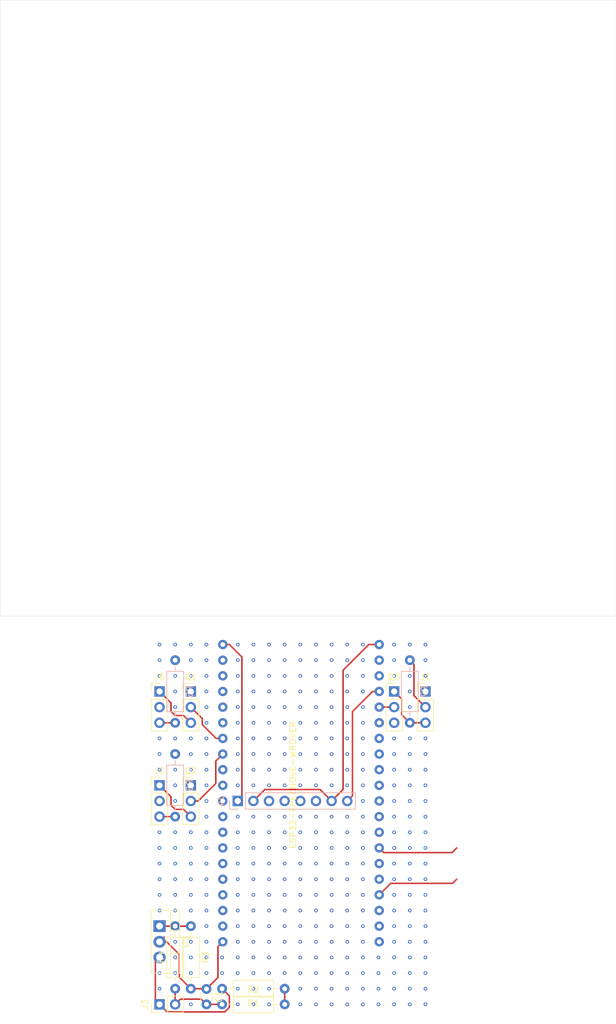
<source format=kicad_pcb>
(kicad_pcb (version 20240108) (generator "pcbnew") (generator_version "8.0")
  (title_block (rev "1.0") (comment 1 "Matthew Santos") (comment 2 "Matthew Santos"))
  (layers (0 "F.Cu" signal) (1 "In1.Cu" signal) (2 "In2.Cu" signal) (31 "B.Cu" signal) (34 "B.Paste" user) (35 "F.Paste" user) (36 "B.SilkS" user "B.Silkscreen") (37 "F.SilkS" user "F.Silkscreen") (38 "B.Mask" user) (39 "F.Mask" user) (44 "Edge.Cuts" user))
  (net 0 "")
  (net 1 "/5V")
  (net 2 "unconnected-(U1-35-Pad6)")
  (net 3 "unconnected-(U1-18-Pad32)")
  (net 4 "unconnected-(U1-14-Pad12)")
  (net 5 "unconnected-(U1-22-Pad38)")
  (net 6 "unconnected-(U1-15-Pad25)")
  (net 7 "unconnected-(U1-GND-Pad14)")
  (net 8 "unconnected-(U1-GND-Pad23)")
  (net 9 "/3P3V")
  (net 10 "Net-(J1-Pin_2)")
  (net 11 "unconnected-(U1-21-Pad35)")
  (net 12 "unconnected-(U1-EN-Pad2)")
  (net 13 "unconnected-(U1-19-Pad33)")
  (net 14 "unconnected-(U1-4-Pad28)")
  (net 15 "unconnected-(U1-12-Pad13)")
  (net 16 "unconnected-(U1-VN-Pad4)")
  (net 17 "/IMU_SDA")
  (net 18 "unconnected-(U1-25-Pad9)")
  (net 19 "/IMU_INT")
  (net 20 "unconnected-(U1-3.3V-Pad18)")
  (net 21 "unconnected-(U1-5V-Pad19)")
  (net 22 "unconnected-(U1-VP-Pad3)")
  (net 23 "/L_PWM")
  (net 24 "unconnected-(U1-34-Pad5)")
  (net 25 "/GND")
  (net 26 "/IMU_SCL")
  (net 27 "unconnected-(U1-3.3V-Pad16)")
  (net 28 "unconnected-(U1-GND-Pad22)")
  (net 29 "unconnected-(U1-13-Pad15)")
  (net 30 "unconnected-(U1-5-Pad31)")
  (net 31 "/R_PWM")
  (net 32 "unconnected-(U1-23-Pad39)")
  (net 33 "unconnected-(U1-2-Pad26)")
  (net 34 "Net-(J1-Pin_3)")
  (net 35 "unconnected-(U1-3.3V-Pad17)")
  (net 36 "unconnected-(U1-GND-Pad34)")
  (net 37 "unconnected-(U1-GND-Pad30)")
  (net 38 "/P_PWM")
  (net 39 "unconnected-(U1-GND-Pad29)")
  (net 40 "Net-(U3-ADJ)")
  (net 41 "/VBAT")
  (net 42 "Net-(J1-Pin_1)")
  (net 43 "Net-(J2-Pin_1)")
  (net 44 "Net-(J2-Pin_3)")
  (net 45 "Net-(J2-Pin_2)")
  (net 46 "Net-(J5-Pin_3)")
  (net 47 "Net-(J5-Pin_2)")
  (net 48 "unconnected-(J4-Pin_5-Pad5)")
  (net 49 "unconnected-(J4-Pin_6-Pad6)")
  (net 50 "Net-(J5-Pin_1)")
  (net 51 "/BAT_SENSE")
  (net 52 "/EXTRA")
  (footprint "Connector_PinHeader_2.54mm:PinHeader_1x03_P2.54mm_Vertical" (layer "F.Cu") (at 99.06 142.24)
    (property "Reference" "J1")
    (property "Value" "Left Motor")
  )
  (footprint "Connector_PinHeader_2.54mm:PinHeader_1x03_P2.54mm_Vertical" (layer "F.Cu") (at 93.98 142.24)
    (property "Reference" "Q3")
    (property "Value" "NMOS")
  )
  (footprint "Resistor_THT:R_Axial_DIN0207_L6.3mm_D2.5mm_P10.16mm_Horizontal" (layer "F.Cu") (at 76.2 190.5 180)
    (property "Reference" "R1")
    (property "Value" "420k")
  )
  (footprint "PCM_Espressif:ESP32-FREENOVE-WROVER" (layer "F.Cu") (at 64.8525 133.33)
    (property "Reference" "U1" (hide yes))
    (property "Value" "ESP32-FREENOVE-WROVER")
  )
  (footprint "Connector_PinHeader_2.54mm:PinHeader_1x02_P2.54mm_Vertical" (layer "F.Cu") (at 55.88 193.04 90)
    (property "Reference" "J3")
    (property "Value" "Battery")
  )
  (footprint "Resistor_THT:R_Axial_DIN0207_L6.3mm_D2.5mm_P10.16mm_Horizontal" (layer "F.Cu") (at 66.04 193.04)
    (property "Reference" "R2")
    (property "Value" "100k")
  )
  (footprint "Resistor_THT:R_Axial_DIN0207_L6.3mm_D2.5mm_P10.16mm_Horizontal" (layer "F.Cu") (at 60.96 180.34 -90)
    (property "Reference" "R3")
    (property "Value" "1k")
  )
  (footprint "Connector_PinHeader_2.54mm:PinHeader_1x03_P2.54mm_Vertical" (layer "F.Cu") (at 60.96 157.48)
    (property "Reference" "Q2")
    (property "Value" "NMOS")
  )
  (footprint "Package_TO_SOT_THT:TO-220-3_Vertical" (layer "F.Cu") (at 55.88 180.34 -90)
    (property "Reference" "U3")
    (property "Value" "LM317_TO-220")
  )
  (footprint "Resistor_THT:R_Axial_DIN0207_L6.3mm_D2.5mm_P10.16mm_Horizontal" (layer "F.Cu") (at 58.42 190.5 90)
    (property "Reference" "R4")
    (property "Value" "15k")
  )
  (footprint "Connector_PinHeader_2.54mm:PinHeader_1x03_P2.54mm_Vertical" (layer "F.Cu") (at 55.88 157.48)
    (property "Reference" "J2")
    (property "Value" "Right Motor")
  )
  (footprint "Connector_PinHeader_2.54mm:PinHeader_1x03_P2.54mm_Vertical" (layer "F.Cu") (at 60.96 142.24)
    (property "Reference" "Q1")
    (property "Value" "NMOS")
  )
  (footprint "Connector_PinHeader_2.54mm:PinHeader_1x03_P2.54mm_Vertical" (layer "F.Cu") (at 55.88 142.24)
    (property "Reference" "J5")
    (property "Value" "Pitch Motor")
  )
  (footprint "Capacitor_THT:C_Disc_D3.0mm_W1.6mm_P2.50mm" (layer "F.Cu") (at 63.5 190.54 -90)
    (property "Reference" "C1")
    (property "Value" "100u")
  )
  (footprint "Resistor_THT:R_Axial_DIN0207_L6.3mm_D2.5mm_P10.16mm_Horizontal" (layer "B.Cu") (at 58.42 162.56 90)
    (property "Reference" "R6")
    (property "Value" "10k")
  )
  (footprint "Resistor_THT:R_Axial_DIN0207_L6.3mm_D2.5mm_P10.16mm_Horizontal" (layer "B.Cu") (at 96.52 147.32 90)
    (property "Reference" "R7")
    (property "Value" "10k")
  )
  (footprint "Resistor_THT:R_Axial_DIN0207_L6.3mm_D2.5mm_P10.16mm_Horizontal" (layer "B.Cu") (at 58.42 147.32 90)
    (property "Reference" "R5")
    (property "Value" "10k")
  )
  (footprint "Connector_PinSocket_2.54mm:PinSocket_1x08_P2.54mm_Vertical" (layer "B.Cu") (at 68.58 160.02 -90)
    (property "Reference" "J4")
    (property "Value" "MPU-6050")
  )
  (gr_rect (start 30 30) (end 130 130) (stroke (width 0.05)) (fill none) (layer "Edge.Cuts"))
  (via (at 83.82 177.8) (size 0.6) (drill 0.3) (layers "F.Cu" "B.Cu") (net 0))
  (via (at 71.12 193.04) (size 0.6) (drill 0.3) (layers "F.Cu" "B.Cu") (net 0))
  (via (at 99.06 172.72) (size 0.6) (drill 0.3) (layers "F.Cu" "B.Cu") (net 0))
  (via (at 68.58 162.56) (size 0.6) (drill 0.3) (layers "F.Cu" "B.Cu") (net 0))
  (via (at 99.06 167.64) (size 0.6) (drill 0.3) (layers "F.Cu" "B.Cu") (net 0))
  (via (at 63.5 142.24) (size 0.6) (drill 0.3) (layers "F.Cu" "B.Cu") (net 0))
  (via (at 86.36 170.18) (size 0.6) (drill 0.3) (layers "F.Cu" "B.Cu") (net 0))
  (via (at 71.12 137.16) (size 0.6) (drill 0.3) (layers "F.Cu" "B.Cu") (net 0))
  (via (at 63.5 152.4) (size 0.6) (drill 0.3) (layers "F.Cu" "B.Cu") (net 0))
  (via (at 86.36 165.1) (size 0.6) (drill 0.3) (layers "F.Cu" "B.Cu") (net 0))
  (via (at 63.5 149.86) (size 0.6) (drill 0.3) (layers "F.Cu" "B.Cu") (net 0))
  (via (at 83.82 147.32) (size 0.6) (drill 0.3) (layers "F.Cu" "B.Cu") (net 0))
  (via (at 91.44 187.96) (size 0.6) (drill 0.3) (layers "F.Cu" "B.Cu") (net 0))
  (via (at 60.96 167.64) (size 0.6) (drill 0.3) (layers "F.Cu" "B.Cu") (net 0))
  (via (at 55.88 154.94) (size 0.6) (drill 0.3) (layers "F.Cu" "B.Cu") (net 0))
  (via (at 71.12 175.26) (size 0.6) (drill 0.3) (layers "F.Cu" "B.Cu") (net 0))
  (via (at 93.98 182.88) (size 0.6) (drill 0.3) (layers "F.Cu" "B.Cu") (net 0))
  (via (at 71.12 180.34) (size 0.6) (drill 0.3) (layers "F.Cu" "B.Cu") (net 0))
  (via (at 93.98 137.16) (size 0.6) (drill 0.3) (layers "F.Cu" "B.Cu") (net 0))
  (via (at 58.42 172.72) (size 0.6) (drill 0.3) (layers "F.Cu" "B.Cu") (net 0))
  (via (at 60.96 154.94) (size 0.6) (drill 0.3) (layers "F.Cu" "B.Cu") (net 0))
  (via (at 81.28 180.34) (size 0.6) (drill 0.3) (layers "F.Cu" "B.Cu") (net 0))
  (via (at 68.58 175.26) (size 0.6) (drill 0.3) (layers "F.Cu" "B.Cu") (net 0))
  (via (at 71.12 162.56) (size 0.6) (drill 0.3) (layers "F.Cu" "B.Cu") (net 0))
  (via (at 68.58 177.8) (size 0.6) (drill 0.3) (layers "F.Cu" "B.Cu") (net 0))
  (via (at 68.58 154.94) (size 0.6) (drill 0.3) (layers "F.Cu" "B.Cu") (net 0))
  (via (at 71.12 165.1) (size 0.6) (drill 0.3) (layers "F.Cu" "B.Cu") (net 0))
  (via (at 73.66 147.32) (size 0.6) (drill 0.3) (layers "F.Cu" "B.Cu") (net 0))
  (via (at 63.5 147.32) (size 0.6) (drill 0.3) (layers "F.Cu" "B.Cu") (net 0))
  (via (at 93.98 154.94) (size 0.6) (drill 0.3) (layers "F.Cu" "B.Cu") (net 0))
  (via (at 60.96 139.7) (size 0.6) (drill 0.3) (layers "F.Cu" "B.Cu") (net 0))
  (via (at 60.96 177.8) (size 0.6) (drill 0.3) (layers "F.Cu" "B.Cu") (net 0))
  (via (at 83.82 182.88) (size 0.6) (drill 0.3) (layers "F.Cu" "B.Cu") (net 0))
  (via (at 86.36 157.48) (size 0.6) (drill 0.3) (layers "F.Cu" "B.Cu") (net 0))
  (via (at 86.36 142.24) (size 0.6) (drill 0.3) (layers "F.Cu" "B.Cu") (net 0))
  (via (at 88.9 160.02) (size 0.6) (drill 0.3) (layers "F.Cu" "B.Cu") (net 0))
  (via (at 78.74 154.94) (size 0.6) (drill 0.3) (layers "F.Cu" "B.Cu") (net 0))
  (via (at 93.98 175.26) (size 0.6) (drill 0.3) (layers "F.Cu" "B.Cu") (net 0))
  (via (at 68.58 137.16) (size 0.6) (drill 0.3) (layers "F.Cu" "B.Cu") (net 0))
  (via (at 63.5 177.8) (size 0.6) (drill 0.3) (layers "F.Cu" "B.Cu") (net 0))
  (via (at 93.98 170.18) (size 0.6) (drill 0.3) (layers "F.Cu" "B.Cu") (net 0))
  (via (at 86.36 147.32) (size 0.6) (drill 0.3) (layers "F.Cu" "B.Cu") (net 0))
  (via (at 68.58 152.4) (size 0.6) (drill 0.3) (layers "F.Cu" "B.Cu") (net 0))
  (via (at 88.9 152.4) (size 0.6) (drill 0.3) (layers "F.Cu" "B.Cu") (net 0))
  (via (at 58.42 185.42) (size 0.6) (drill 0.3) (layers "F.Cu" "B.Cu") (net 0))
  (via (at 81.28 175.26) (size 0.6) (drill 0.3) (layers "F.Cu" "B.Cu") (net 0))
  (via (at 71.12 157.48) (size 0.6) (drill 0.3) (layers "F.Cu" "B.Cu") (net 0))
  (via (at 58.42 149.86) (size 0.6) (drill 0.3) (layers "F.Cu" "B.Cu") (net 0))
  (via (at 73.66 149.86) (size 0.6) (drill 0.3) (layers "F.Cu" "B.Cu") (net 0))
  (via (at 76.2 144.78) (size 0.6) (drill 0.3) (layers "F.Cu" "B.Cu") (net 0))
  (via (at 88.9 137.16) (size 0.6) (drill 0.3) (layers "F.Cu" "B.Cu") (net 0))
  (via (at 96.52 180.34) (size 0.6) (drill 0.3) (layers "F.Cu" "B.Cu") (net 0))
  (via (at 81.28 172.72) (size 0.6) (drill 0.3) (layers "F.Cu" "B.Cu") (net 0))
  (via (at 96.52 149.86) (size 0.6) (drill 0.3) (layers "F.Cu" "B.Cu") (net 0))
  (via (at 68.58 193.04) (size 0.6) (drill 0.3) (layers "F.Cu" "B.Cu") (net 0))
  (via (at 55.88 177.8) (size 0.6) (drill 0.3) (layers "F.Cu" "B.Cu") (net 0))
  (via (at 68.58 144.78) (size 0.6) (drill 0.3) (layers "F.Cu" "B.Cu") (net 0))
  (via (at 88.9 162.56) (size 0.6) (drill 0.3) (layers "F.Cu" "B.Cu") (net 0))
  (via (at 63.5 185.42) (size 0.6) (drill 0.3) (layers "F.Cu" "B.Cu") (net 0))
  (via (at 73.66 185.42) (size 0.6) (drill 0.3) (layers "F.Cu" "B.Cu") (net 0))
  (via (at 93.98 193.04) (size 0.6) (drill 0.3) (layers "F.Cu" "B.Cu") (net 0))
  (via (at 83.82 170.18) (size 0.6) (drill 0.3) (layers "F.Cu" "B.Cu") (net 0))
  (via (at 58.42 144.78) (size 0.6) (drill 0.3) (layers "F.Cu" "B.Cu") (net 0))
  (via (at 99.06 149.86) (size 0.6) (drill 0.3) (layers "F.Cu" "B.Cu") (net 0))
  (via (at 78.74 180.34) (size 0.6) (drill 0.3) (layers "F.Cu" "B.Cu") (net 0))
  (via (at 63.5 139.7) (size 0.6) (drill 0.3) (layers "F.Cu" "B.Cu") (net 0))
  (via (at 81.28 152.4) (size 0.6) (drill 0.3) (layers "F.Cu" "B.Cu") (net 0))
  (via (at 88.9 139.7) (size 0.6) (drill 0.3) (layers "F.Cu" "B.Cu") (net 0))
  (via (at 81.28 134.62) (size 0.6) (drill 0.3) (layers "F.Cu" "B.Cu") (net 0))
  (via (at 63.5 172.72) (size 0.6) (drill 0.3) (layers "F.Cu" "B.Cu") (net 0))
  (via (at 81.28 142.24) (size 0.6) (drill 0.3) (layers "F.Cu" "B.Cu") (net 0))
  (via (at 76.2 137.16) (size 0.6) (drill 0.3) (layers "F.Cu" "B.Cu") (net 0))
  (via (at 68.58 172.72) (size 0.6) (drill 0.3) (layers "F.Cu" "B.Cu") (net 0))
  (via (at 58.42 154.94) (size 0.6) (drill 0.3) (layers "F.Cu" "B.Cu") (net 0))
  (via (at 93.98 180.34) (size 0.6) (drill 0.3) (layers "F.Cu" "B.Cu") (net 0))
  (via (at 96.52 144.78) (size 0.6) (drill 0.3) (layers "F.Cu" "B.Cu") (net 0))
  (via (at 93.98 190.5) (size 0.6) (drill 0.3) (layers "F.Cu" "B.Cu") (net 0))
  (via (at 60.96 137.16) (size 0.6) (drill 0.3) (layers "F.Cu" "B.Cu") (net 0))
  (via (at 78.74 149.86) (size 0.6) (drill 0.3) (layers "F.Cu" "B.Cu") (net 0))
  (via (at 73.66 142.24) (size 0.6) (drill 0.3) (layers "F.Cu" "B.Cu") (net 0))
  (via (at 81.28 182.88) (size 0.6) (drill 0.3) (layers "F.Cu" "B.Cu") (net 0))
  (via (at 73.66 137.16) (size 0.6) (drill 0.3) (layers "F.Cu" "B.Cu") (net 0))
  (via (at 73.66 162.56) (size 0.6) (drill 0.3) (layers "F.Cu" "B.Cu") (net 0))
  (via (at 58.42 175.26) (size 0.6) (drill 0.3) (layers "F.Cu" "B.Cu") (net 0))
  (via (at 76.2 139.7) (size 0.6) (drill 0.3) (layers "F.Cu" "B.Cu") (net 0))
  (via (at 71.12 187.96) (size 0.6) (drill 0.3) (layers "F.Cu" "B.Cu") (net 0))
  (via (at 86.36 149.86) (size 0.6) (drill 0.3) (layers "F.Cu" "B.Cu") (net 0))
  (via (at 99.06 157.48) (size 0.6) (drill 0.3) (layers "F.Cu" "B.Cu") (net 0))
  (via (at 63.5 144.78) (size 0.6) (drill 0.3) (layers "F.Cu" "B.Cu") (net 0))
  (via (at 96.52 170.18) (size 0.6) (drill 0.3) (layers "F.Cu" "B.Cu") (net 0))
  (via (at 71.12 149.86) (size 0.6) (drill 0.3) (layers "F.Cu" "B.Cu") (net 0))
  (via (at 71.12 139.7) (size 0.6) (drill 0.3) (layers "F.Cu" "B.Cu") (net 0))
  (via (at 55.88 175.26) (size 0.6) (drill 0.3) (layers "F.Cu" "B.Cu") (net 0))
  (via (at 73.66 154.94) (size 0.6) (drill 0.3) (layers "F.Cu" "B.Cu") (net 0))
  (via (at 78.74 147.32) (size 0.6) (drill 0.3) (layers "F.Cu" "B.Cu") (net 0))
  (via (at 73.66 172.72) (size 0.6) (drill 0.3) (layers "F.Cu" "B.Cu") (net 0))
  (via (at 83.82 139.7) (size 0.6) (drill 0.3) (layers "F.Cu" "B.Cu") (net 0))
  (via (at 96.52 182.88) (size 0.6) (drill 0.3) (layers "F.Cu" "B.Cu") (net 0))
  (via (at 55.88 152.4) (size 0.6) (drill 0.3) (layers "F.Cu" "B.Cu") (net 0))
  (via (at 88.9 185.42) (size 0.6) (drill 0.3) (layers "F.Cu" "B.Cu") (net 0))
  (via (at 58.42 182.88) (size 0.6) (drill 0.3) (layers "F.Cu" "B.Cu") (net 0))
  (via (at 86.36 172.72) (size 0.6) (drill 0.3) (layers "F.Cu" "B.Cu") (net 0))
  (via (at 58.42 177.8) (size 0.6) (drill 0.3) (layers "F.Cu" "B.Cu") (net 0))
  (via (at 68.58 185.42) (size 0.6) (drill 0.3) (layers "F.Cu" "B.Cu") (net 0))
  (via (at 88.9 149.86) (size 0.6) (drill 0.3) (layers "F.Cu" "B.Cu") (net 0))
  (via (at 88.9 134.62) (size 0.6) (drill 0.3) (layers "F.Cu" "B.Cu") (net 0))
  (via (at 55.88 139.7) (size 0.6) (drill 0.3) (layers "F.Cu" "B.Cu") (net 0))
  (via (at 83.82 144.78) (size 0.6) (drill 0.3) (layers "F.Cu" "B.Cu") (net 0))
  (via (at 96.52 160.02) (size 0.6) (drill 0.3) (layers "F.Cu" "B.Cu") (net 0))
  (via (at 68.58 165.1) (size 0.6) (drill 0.3) (layers "F.Cu" "B.Cu") (net 0))
  (via (at 55.88 137.16) (size 0.6) (drill 0.3) (layers "F.Cu" "B.Cu") (net 0))
  (via (at 83.82 162.56) (size 0.6) (drill 0.3) (layers "F.Cu" "B.Cu") (net 0))
  (via (at 76.2 134.62) (size 0.6) (drill 0.3) (layers "F.Cu" "B.Cu") (net 0))
  (via (at 55.88 170.18) (size 0.6) (drill 0.3) (layers "F.Cu" "B.Cu") (net 0))
  (via (at 76.2 149.86) (size 0.6) (drill 0.3) (layers "F.Cu" "B.Cu") (net 0))
  (via (at 78.74 177.8) (size 0.6) (drill 0.3) (layers "F.Cu" "B.Cu") (net 0))
  (via (at 68.58 139.7) (size 0.6) (drill 0.3) (layers "F.Cu" "B.Cu") (net 0))
  (via (at 96.52 142.24) (size 0.6) (drill 0.3) (layers "F.Cu" "B.Cu") (net 0))
  (via (at 73.66 134.62) (size 0.6) (drill 0.3) (layers "F.Cu" "B.Cu") (net 0))
  (via (at 73.66 180.34) (size 0.6) (drill 0.3) (layers "F.Cu" "B.Cu") (net 0))
  (via (at 88.9 167.64) (size 0.6) (drill 0.3) (layers "F.Cu" "B.Cu") (net 0))
  (via (at 96.52 185.42) (size 0.6) (drill 0.3) (layers "F.Cu" "B.Cu") (net 0))
  (via (at 83.82 172.72) (size 0.6) (drill 0.3) (layers "F.Cu" "B.Cu") (net 0))
  (via (at 88.9 147.32) (size 0.6) (drill 0.3) (layers "F.Cu" "B.Cu") (net 0))
  (via (at 71.12 170.18) (size 0.6) (drill 0.3) (layers "F.Cu" "B.Cu") (net 0))
  (via (at 71.12 144.78) (size 0.6) (drill 0.3) (layers "F.Cu" "B.Cu") (net 0))
  (via (at 78.74 152.4) (size 0.6) (drill 0.3) (layers "F.Cu" "B.Cu") (net 0))
  (via (at 76.2 167.64) (size 0.6) (drill 0.3) (layers "F.Cu" "B.Cu") (net 0))
  (via (at 60.96 185.42) (size 0.6) (drill 0.3) (layers "F.Cu" "B.Cu") (net 0))
  (via (at 63.5 182.88) (size 0.6) (drill 0.3) (layers "F.Cu" "B.Cu") (net 0))
  (via (at 76.2 175.26) (size 0.6) (drill 0.3) (layers "F.Cu" "B.Cu") (net 0))
  (via (at 99.06 175.26) (size 0.6) (drill 0.3) (layers "F.Cu" "B.Cu") (net 0))
  (via (at 99.06 177.8) (size 0.6) (drill 0.3) (layers "F.Cu" "B.Cu") (net 0))
  (via (at 88.9 170.18) (size 0.6) (drill 0.3) (layers "F.Cu" "B.Cu") (net 0))
  (via (at 86.36 154.94) (size 0.6) (drill 0.3) (layers "F.Cu" "B.Cu") (net 0))
  (via (at 71.12 167.64) (size 0.6) (drill 0.3) (layers "F.Cu" "B.Cu") (net 0))
  (via (at 99.06 134.62) (size 0.6) (drill 0.3) (layers "F.Cu" "B.Cu") (net 0))
  (via (at 63.5 137.16) (size 0.6) (drill 0.3) (layers "F.Cu" "B.Cu") (net 0))
  (via (at 76.2 180.34) (size 0.6) (drill 0.3) (layers "F.Cu" "B.Cu") (net 0))
  (via (at 63.5 170.18) (size 0.6) (drill 0.3) (layers "F.Cu" "B.Cu") (net 0))
  (via (at 83.82 154.94) (size 0.6) (drill 0.3) (layers "F.Cu" "B.Cu") (net 0))
  (via (at 60.96 187.96) (size 0.6) (drill 0.3) (layers "F.Cu" "B.Cu") (net 0))
  (via (at 58.42 142.24) (size 0.6) (drill 0.3) (layers "F.Cu" "B.Cu") (net 0))
  (via (at 71.12 142.24) (size 0.6) (drill 0.3) (layers "F.Cu" "B.Cu") (net 0))
  (via (at 83.82 167.64) (size 0.6) (drill 0.3) (layers "F.Cu" "B.Cu") (net 0))
  (via (at 71.12 190.5) (size 0.6) (drill 0.3) (layers "F.Cu" "B.Cu") (net 0))
  (via (at 60.96 152.4) (size 0.6) (drill 0.3) (layers "F.Cu" "B.Cu") (net 0))
  (via (at 60.96 193.04) (size 0.6) (drill 0.3) (layers "F.Cu" "B.Cu") (net 0))
  (via (at 88.9 144.78) (size 0.6) (drill 0.3) (layers "F.Cu" "B.Cu") (net 0))
  (via (at 78.74 157.48) (size 0.6) (drill 0.3) (layers "F.Cu" "B.Cu") (net 0))
  (via (at 73.66 187.96) (size 0.6) (drill 0.3) (layers "F.Cu" "B.Cu") (net 0))
  (via (at 91.44 185.42) (size 0.6) (drill 0.3) (layers "F.Cu" "B.Cu") (net 0))
  (via (at 78.74 193.04) (size 0.6) (drill 0.3) (layers "F.Cu" "B.Cu") (net 0))
  (via (at 93.98 134.62) (size 0.6) (drill 0.3) (layers "F.Cu" "B.Cu") (net 0))
  (via (at 60.96 149.86) (size 0.6) (drill 0.3) (layers "F.Cu" "B.Cu") (net 0))
  (via (at 83.82 134.62) (size 0.6) (drill 0.3) (layers "F.Cu" "B.Cu") (net 0))
  (via (at 81.28 157.48) (size 0.6) (drill 0.3) (layers "F.Cu" "B.Cu") (net 0))
  (via (at 83.82 142.24) (size 0.6) (drill 0.3) (layers "F.Cu" "B.Cu") (net 0))
  (via (at 68.58 187.96) (size 0.6) (drill 0.3) (layers "F.Cu" "B.Cu") (net 0))
  (via (at 99.06 185.42) (size 0.6) (drill 0.3) (layers "F.Cu" "B.Cu") (net 0))
  (via (at 96.52 134.62) (size 0.6) (drill 0.3) (layers "F.Cu" "B.Cu") (net 0))
  (via (at 81.28 154.94) (size 0.6) (drill 0.3) (layers "F.Cu" "B.Cu") (net 0))
  (via (at 68.58 170.18) (size 0.6) (drill 0.3) (layers "F.Cu" "B.Cu") (net 0))
  (via (at 66.04 185.42) (size 0.6) (drill 0.3) (layers "F.Cu" "B.Cu") (net 0))
  (via (at 63.5 162.56) (size 0.6) (drill 0.3) (layers "F.Cu" "B.Cu") (net 0))
  (via (at 58.42 139.7) (size 0.6) (drill 0.3) (layers "F.Cu" "B.Cu") (net 0))
  (via (at 83.82 175.26) (size 0.6) (drill 0.3) (layers "F.Cu" "B.Cu") (net 0))
  (via (at 73.66 144.78) (size 0.6) (drill 0.3) (layers "F.Cu" "B.Cu") (net 0))
  (via (at 88.9 193.04) (size 0.6) (drill 0.3) (layers "F.Cu" "B.Cu") (net 0))
  (via (at 93.98 160.02) (size 0.6) (drill 0.3) (layers "F.Cu" "B.Cu") (net 0))
  (via (at 76.2 152.4) (size 0.6) (drill 0.3) (layers "F.Cu" "B.Cu") (net 0))
  (via (at 76.2 187.96) (size 0.6) (drill 0.3) (layers "F.Cu" "B.Cu") (net 0))
  (via (at 78.74 185.42) (size 0.6) (drill 0.3) (layers "F.Cu" "B.Cu") (net 0))
  (via (at 68.58 182.88) (size 0.6) (drill 0.3) (layers "F.Cu" "B.Cu") (net 0))
  (via (at 73.66 175.26) (size 0.6) (drill 0.3) (layers "F.Cu" "B.Cu") (net 0))
  (via (at 68.58 167.64) (size 0.6) (drill 0.3) (layers "F.Cu" "B.Cu") (net 0))
  (via (at 76.2 185.42) (size 0.6) (drill 0.3) (layers "F.Cu" "B.Cu") (net 0))
  (via (at 78.74 172.72) (size 0.6) (drill 0.3) (layers "F.Cu" "B.Cu") (net 0))
  (via (at 76.2 162.56) (size 0.6) (drill 0.3) (layers "F.Cu" "B.Cu") (net 0))
  (via (at 68.58 190.5) (size 0.6) (drill 0.3) (layers "F.Cu" "B.Cu") (net 0))
  (via (at 96.52 187.96) (size 0.6) (drill 0.3) (layers "F.Cu" "B.Cu") (net 0))
  (via (at 78.74 175.26) (size 0.6) (drill 0.3) (layers "F.Cu" "B.Cu") (net 0))
  (via (at 63.5 157.48) (size 0.6) (drill 0.3) (layers "F.Cu" "B.Cu") (net 0))
  (via (at 93.98 162.56) (size 0.6) (drill 0.3) (layers "F.Cu" "B.Cu") (net 0))
  (via (at 86.36 144.78) (size 0.6) (drill 0.3) (layers "F.Cu" "B.Cu") (net 0))
  (via (at 55.88 134.62) (size 0.6) (drill 0.3) (layers "F.Cu" "B.Cu") (net 0))
  (via (at 71.12 185.42) (size 0.6) (drill 0.3) (layers "F.Cu" "B.Cu") (net 0))
  (via (at 55.88 149.86) (size 0.6) (drill 0.3) (layers "F.Cu" "B.Cu") (net 0))
  (via (at 96.52 165.1) (size 0.6) (drill 0.3) (layers "F.Cu" "B.Cu") (net 0))
  (via (at 66.04 187.96) (size 0.6) (drill 0.3) (layers "F.Cu" "B.Cu") (net 0))
  (via (at 83.82 157.48) (size 0.6) (drill 0.3) (layers "F.Cu" "B.Cu") (net 0))
  (via (at 76.2 172.72) (size 0.6) (drill 0.3) (layers "F.Cu" "B.Cu") (net 0))
  (via (at 86.36 187.96) (size 0.6) (drill 0.3) (layers "F.Cu" "B.Cu") (net 0))
  (via (at 76.2 157.48) (size 0.6) (drill 0.3) (layers "F.Cu" "B.Cu") (net 0))
  (via (at 63.5 175.26) (size 0.6) (drill 0.3) (layers "F.Cu" "B.Cu") (net 0))
  (via (at 99.06 152.4) (size 0.6) (drill 0.3) (layers "F.Cu" "B.Cu") (net 0))
  (via (at 68.58 180.34) (size 0.6) (drill 0.3) (layers "F.Cu" "B.Cu") (net 0))
  (via (at 88.9 142.24) (size 0.6) (drill 0.3) (layers "F.Cu" "B.Cu") (net 0))
  (via (at 78.74 134.62) (size 0.6) (drill 0.3) (layers "F.Cu" "B.Cu") (net 0))
  (via (at 60.96 134.62) (size 0.6) (drill 0.3) (layers "F.Cu" "B.Cu") (net 0))
  (via (at 81.28 147.32) (size 0.6) (drill 0.3) (layers "F.Cu" "B.Cu") (net 0))
  (via (at 96.52 177.8) (size 0.6) (drill 0.3) (layers "F.Cu" "B.Cu") (net 0))
  (via (at 73.66 193.04) (size 0.6) (drill 0.3) (layers "F.Cu" "B.Cu") (net 0))
  (via (at 86.36 190.5) (size 0.6) (drill 0.3) (layers "F.Cu" "B.Cu") (net 0))
  (via (at 81.28 187.96) (size 0.6) (drill 0.3) (layers "F.Cu" "B.Cu") (net 0))
  (via (at 78.74 137.16) (size 0.6) (drill 0.3) (layers "F.Cu" "B.Cu") (net 0))
  (via (at 83.82 152.4) (size 0.6) (drill 0.3) (layers "F.Cu" "B.Cu") (net 0))
  (via (at 88.9 165.1) (size 0.6) (drill 0.3) (layers "F.Cu" "B.Cu") (net 0))
  (via (at 96.52 162.56) (size 0.6) (drill 0.3) (layers "F.Cu" "B.Cu") (net 0))
  (via (at 99.06 180.34) (size 0.6) (drill 0.3) (layers "F.Cu" "B.Cu") (net 0))
  (via (at 86.36 167.64) (size 0.6) (drill 0.3) (layers "F.Cu" "B.Cu") (net 0))
  (via (at 93.98 157.48) (size 0.6) (drill 0.3) (layers "F.Cu" "B.Cu") (net 0))
  (via (at 76.2 142.24) (size 0.6) (drill 0.3) (layers "F.Cu" "B.Cu") (net 0))
  (via (at 76.2 147.32) (size 0.6) (drill 0.3) (layers "F.Cu" "B.Cu") (net 0))
  (via (at 86.36 175.26) (size 0.6) (drill 0.3) (layers "F.Cu" "B.Cu") (net 0))
  (via (at 71.12 152.4) (size 0.6) (drill 0.3) (layers "F.Cu" "B.Cu") (net 0))
  (via (at 86.36 185.42) (size 0.6) (drill 0.3) (layers "F.Cu" "B.Cu") (net 0))
  (via (at 88.9 154.94) (size 0.6) (drill 0.3) (layers "F.Cu" "B.Cu") (net 0))
  (via (at 86.36 180.34) (size 0.6) (drill 0.3) (layers "F.Cu" "B.Cu") (net 0))
  (via (at 81.28 162.56) (size 0.6) (drill 0.3) (layers "F.Cu" "B.Cu") (net 0))
  (via (at 58.42 134.62) (size 0.6) (drill 0.3) (layers "F.Cu" "B.Cu") (net 0))
  (via (at 73.66 170.18) (size 0.6) (drill 0.3) (layers "F.Cu" "B.Cu") (net 0))
  (via (at 96.52 172.72) (size 0.6) (drill 0.3) (layers "F.Cu" "B.Cu") (net 0))
  (via (at 58.42 160.02) (size 0.6) (drill 0.3) (layers "F.Cu" "B.Cu") (net 0))
  (via (at 71.12 172.72) (size 0.6) (drill 0.3) (layers "F.Cu" "B.Cu") (net 0))
  (via (at 76.2 165.1) (size 0.6) (drill 0.3) (layers "F.Cu" "B.Cu") (net 0))
  (via (at 81.28 167.64) (size 0.6) (drill 0.3) (layers "F.Cu" "B.Cu") (net 0))
  (via (at 99.06 139.7) (size 0.6) (drill 0.3) (layers "F.Cu" "B.Cu") (net 0))
  (via (at 60.96 165.1) (size 0.6) (drill 0.3) (layers "F.Cu" "B.Cu") (net 0))
  (via (at 68.58 134.62) (size 0.6) (drill 0.3) (layers "F.Cu" "B.Cu") (net 0))
  (via (at 78.74 144.78) (size 0.6) (drill 0.3) (layers "F.Cu" "B.Cu") (net 0))
  (via (at 88.9 175.26) (size 0.6) (drill 0.3) (layers "F.Cu" "B.Cu") (net 0))
  (via (at 86.36 137.16) (size 0.6) (drill 0.3) (layers "F.Cu" "B.Cu") (net 0))
  (via (at 78.74 165.1) (size 0.6) (drill 0.3) (layers "F.Cu" "B.Cu") (net 0))
  (via (at 60.96 172.72) (size 0.6) (drill 0.3) (layers "F.Cu" "B.Cu") (net 0))
  (via (at 83.82 190.5) (size 0.6) (drill 0.3) (layers "F.Cu" "B.Cu") (net 0))
  (via (at 55.88 167.64) (size 0.6) (drill 0.3) (layers "F.Cu" "B.Cu") (net 0))
  (via (at 93.98 167.64) (size 0.6) (drill 0.3) (layers "F.Cu" "B.Cu") (net 0))
  (via (at 86.36 152.4) (size 0.6) (drill 0.3) (layers "F.Cu" "B.Cu") (net 0))
  (via (at 86.36 134.62) (size 0.6) (drill 0.3) (layers "F.Cu" "B.Cu") (net 0))
  (via (at 78.74 167.64) (size 0.6) (drill 0.3) (layers "F.Cu" "B.Cu") (net 0))
  (via (at 99.06 187.96) (size 0.6) (drill 0.3) (layers "F.Cu" "B.Cu") (net 0))
  (via (at 71.12 182.88) (size 0.6) (drill 0.3) (layers "F.Cu" "B.Cu") (net 0))
  (via (at 99.06 190.5) (size 0.6) (drill 0.3) (layers "F.Cu" "B.Cu") (net 0))
  (via (at 60.96 175.26) (size 0.6) (drill 0.3) (layers "F.Cu" "B.Cu") (net 0))
  (via (at 83.82 187.96) (size 0.6) (drill 0.3) (layers "F.Cu" "B.Cu") (net 0))
  (via (at 88.9 180.34) (size 0.6) (drill 0.3) (layers "F.Cu" "B.Cu") (net 0))
  (via (at 93.98 185.42) (size 0.6) (drill 0.3) (layers "F.Cu" "B.Cu") (net 0))
  (via (at 81.28 139.7) (size 0.6) (drill 0.3) (layers "F.Cu" "B.Cu") (net 0))
  (via (at 91.44 193.04) (size 0.6) (drill 0.3) (layers "F.Cu" "B.Cu") (net 0))
  (via (at 73.66 157.48) (size 0.6) (drill 0.3) (layers "F.Cu" "B.Cu") (net 0))
  (via (at 99.06 154.94) (size 0.6) (drill 0.3) (layers "F.Cu" "B.Cu") (net 0))
  (via (at 88.9 157.48) (size 0.6) (drill 0.3) (layers "F.Cu" "B.Cu") (net 0))
  (via (at 83.82 193.04) (size 0.6) (drill 0.3) (layers "F.Cu" "B.Cu") (net 0))
  (via (at 88.9 182.88) (size 0.6) (drill 0.3) (layers "F.Cu" "B.Cu") (net 0))
  (via (at 83.82 180.34) (size 0.6) (drill 0.3) (layers "F.Cu" "B.Cu") (net 0))
  (via (at 63.5 165.1) (size 0.6) (drill 0.3) (layers "F.Cu" "B.Cu") (net 0))
  (via (at 78.74 170.18) (size 0.6) (drill 0.3) (layers "F.Cu" "B.Cu") (net 0))
  (via (at 73.66 139.7) (size 0.6) (drill 0.3) (layers "F.Cu" "B.Cu") (net 0))
  (via (at 96.52 139.7) (size 0.6) (drill 0.3) (layers "F.Cu" "B.Cu") (net 0))
  (via (at 63.5 187.96) (size 0.6) (drill 0.3) (layers "F.Cu" "B.Cu") (net 0))
  (via (at 68.58 147.32) (size 0.6) (drill 0.3) (layers "F.Cu" "B.Cu") (net 0))
  (via (at 99.06 182.88) (size 0.6) (drill 0.3) (layers "F.Cu" "B.Cu") (net 0))
  (via (at 58.42 165.1) (size 0.6) (drill 0.3) (layers "F.Cu" "B.Cu") (net 0))
  (via (at 93.98 149.86) (size 0.6) (drill 0.3) (layers "F.Cu" "B.Cu") (net 0))
  (via (at 55.88 165.1) (size 0.6) (drill 0.3) (layers "F.Cu" "B.Cu") (net 0))
  (via (at 99.06 160.02) (size 0.6) (drill 0.3) (layers "F.Cu" "B.Cu") (net 0))
  (via (at 78.74 142.24) (size 0.6) (drill 0.3) (layers "F.Cu" "B.Cu") (net 0))
  (via (at 93.98 177.8) (size 0.6) (drill 0.3) (layers "F.Cu" "B.Cu") (net 0))
  (via (at 96.52 193.04) (size 0.6) (drill 0.3) (layers "F.Cu" "B.Cu") (net 0))
  (via (at 58.42 187.96) (size 0.6) (drill 0.3) (layers "F.Cu" "B.Cu") (net 0))
  (via (at 93.98 152.4) (size 0.6) (drill 0.3) (layers "F.Cu" "B.Cu") (net 0))
  (via (at 93.98 165.1) (size 0.6) (drill 0.3) (layers "F.Cu" "B.Cu") (net 0))
  (via (at 81.28 137.16) (size 0.6) (drill 0.3) (layers "F.Cu" "B.Cu") (net 0))
  (via (at 73.66 167.64) (size 0.6) (drill 0.3) (layers "F.Cu" "B.Cu") (net 0))
  (via (at 55.88 172.72) (size 0.6) (drill 0.3) (layers "F.Cu" "B.Cu") (net 0))
  (via (at 78.74 187.96) (size 0.6) (drill 0.3) (layers "F.Cu" "B.Cu") (net 0))
  (via (at 83.82 165.1) (size 0.6) (drill 0.3) (layers "F.Cu" "B.Cu") (net 0))
  (via (at 73.66 190.5) (size 0.6) (drill 0.3) (layers "F.Cu" "B.Cu") (net 0))
  (via (at 76.2 170.18) (size 0.6) (drill 0.3) (layers "F.Cu" "B.Cu") (net 0))
  (via (at 60.96 182.88) (size 0.6) (drill 0.3) (layers "F.Cu" "B.Cu") (net 0))
  (via (at 86.36 193.04) (size 0.6) (drill 0.3) (layers "F.Cu" "B.Cu") (net 0))
  (via (at 81.28 177.8) (size 0.6) (drill 0.3) (layers "F.Cu" "B.Cu") (net 0))
  (via (at 76.2 177.8) (size 0.6) (drill 0.3) (layers "F.Cu" "B.Cu") (net 0))
  (via (at 63.5 180.34) (size 0.6) (drill 0.3) (layers "F.Cu" "B.Cu") (net 0))
  (via (at 68.58 149.86) (size 0.6) (drill 0.3) (layers "F.Cu" "B.Cu") (net 0))
  (via (at 63.5 154.94) (size 0.6) (drill 0.3) (layers "F.Cu" "B.Cu") (net 0))
  (via (at 60.96 170.18) (size 0.6) (drill 0.3) (layers "F.Cu" "B.Cu") (net 0))
  (via (at 86.36 139.7) (size 0.6) (drill 0.3) (layers "F.Cu" "B.Cu") (net 0))
  (via (at 71.12 154.94) (size 0.6) (drill 0.3) (layers "F.Cu" "B.Cu") (net 0))
  (via (at 83.82 137.16) (size 0.6) (drill 0.3) (layers "F.Cu" "B.Cu") (net 0))
  (via (at 91.44 190.5) (size 0.6) (drill 0.3) (layers "F.Cu" "B.Cu") (net 0))
  (via (at 78.74 190.5) (size 0.6) (drill 0.3) (layers "F.Cu" "B.Cu") (net 0))
  (via (at 78.74 162.56) (size 0.6) (drill 0.3) (layers "F.Cu" "B.Cu") (net 0))
  (via (at 78.74 139.7) (size 0.6) (drill 0.3) (layers "F.Cu" "B.Cu") (net 0))
  (via (at 83.82 185.42) (size 0.6) (drill 0.3) (layers "F.Cu" "B.Cu") (net 0))
  (via (at 76.2 182.88) (size 0.6) (drill 0.3) (layers "F.Cu" "B.Cu") (net 0))
  (via (at 81.28 193.04) (size 0.6) (drill 0.3) (layers "F.Cu" "B.Cu") (net 0))
  (via (at 86.36 177.8) (size 0.6) (drill 0.3) (layers "F.Cu" "B.Cu") (net 0))
  (via (at 88.9 187.96) (size 0.6) (drill 0.3) (layers "F.Cu" "B.Cu") (net 0))
  (via (at 81.28 190.5) (size 0.6) (drill 0.3) (layers "F.Cu" "B.Cu") (net 0))
  (via (at 81.28 165.1) (size 0.6) (drill 0.3) (layers "F.Cu" "B.Cu") (net 0))
  (via (at 88.9 177.8) (size 0.6) (drill 0.3) (layers "F.Cu" "B.Cu") (net 0))
  (via (at 93.98 187.96) (size 0.6) (drill 0.3) (layers "F.Cu" "B.Cu") (net 0))
  (via (at 71.12 177.8) (size 0.6) (drill 0.3) (layers "F.Cu" "B.Cu") (net 0))
  (via (at 55.88 187.96) (size 0.6) (drill 0.3) (layers "F.Cu" "B.Cu") (net 0))
  (via (at 99.06 137.16) (size 0.6) (drill 0.3) (layers "F.Cu" "B.Cu") (net 0))
  (via (at 96.52 167.64) (size 0.6) (drill 0.3) (layers "F.Cu" "B.Cu") (net 0))
  (via (at 96.52 157.48) (size 0.6) (drill 0.3) (layers "F.Cu" "B.Cu") (net 0))
  (via (at 58.42 170.18) (size 0.6) (drill 0.3) (layers "F.Cu" "B.Cu") (net 0))
  (via (at 73.66 152.4) (size 0.6) (drill 0.3) (layers "F.Cu" "B.Cu") (net 0))
  (via (at 71.12 147.32) (size 0.6) (drill 0.3) (layers "F.Cu" "B.Cu") (net 0))
  (via (at 63.5 134.62) (size 0.6) (drill 0.3) (layers "F.Cu" "B.Cu") (net 0))
  (via (at 71.12 134.62) (size 0.6) (drill 0.3) (layers "F.Cu" "B.Cu") (net 0))
  (via (at 93.98 172.72) (size 0.6) (drill 0.3) (layers "F.Cu" "B.Cu") (net 0))
  (via (at 81.28 170.18) (size 0.6) (drill 0.3) (layers "F.Cu" "B.Cu") (net 0))
  (via (at 93.98 139.7) (size 0.6) (drill 0.3) (layers "F.Cu" "B.Cu") (net 0))
  (via (at 73.66 165.1) (size 0.6) (drill 0.3) (layers "F.Cu" "B.Cu") (net 0))
  (via (at 99.06 165.1) (size 0.6) (drill 0.3) (layers "F.Cu" "B.Cu") (net 0))
  (via (at 78.74 182.88) (size 0.6) (drill 0.3) (layers "F.Cu" "B.Cu") (net 0))
  (via (at 68.58 157.48) (size 0.6) (drill 0.3) (layers "F.Cu" "B.Cu") (net 0))
  (via (at 96.52 190.5) (size 0.6) (drill 0.3) (layers "F.Cu" "B.Cu") (net 0))
  (via (at 88.9 172.72) (size 0.6) (drill 0.3) (layers "F.Cu" "B.Cu") (net 0))
  (via (at 86.36 182.88) (size 0.6) (drill 0.3) (layers "F.Cu" "B.Cu") (net 0))
  (via (at 81.28 144.78) (size 0.6) (drill 0.3) (layers "F.Cu" "B.Cu") (net 0))
  (via (at 81.28 149.86) (size 0.6) (drill 0.3) (layers "F.Cu" "B.Cu") (net 0))
  (via (at 96.52 152.4) (size 0.6) (drill 0.3) (layers "F.Cu" "B.Cu") (net 0))
  (via (at 73.66 182.88) (size 0.6) (drill 0.3) (layers "F.Cu" "B.Cu") (net 0))
  (via (at 99.06 162.56) (size 0.6) (drill 0.3) (layers "F.Cu" "B.Cu") (net 0))
  (via (at 58.42 167.64) (size 0.6) (drill 0.3) (layers "F.Cu" "B.Cu") (net 0))
  (via (at 99.06 193.04) (size 0.6) (drill 0.3) (layers "F.Cu" "B.Cu") (net 0))
  (via (at 86.36 162.56) (size 0.6) (drill 0.3) (layers "F.Cu" "B.Cu") (net 0))
  (via (at 83.82 149.86) (size 0.6) (drill 0.3) (layers "F.Cu" "B.Cu") (net 0))
  (via (at 99.06 170.18) (size 0.6) (drill 0.3) (layers "F.Cu" "B.Cu") (net 0))
  (via (at 76.2 154.94) (size 0.6) (drill 0.3) (layers "F.Cu" "B.Cu") (net 0))
  (via (at 63.5 160.02) (size 0.6) (drill 0.3) (layers "F.Cu" "B.Cu") (net 0))
  (via (at 96.52 154.94) (size 0.6) (drill 0.3) (layers "F.Cu" "B.Cu") (net 0))
  (via (at 73.66 177.8) (size 0.6) (drill 0.3) (layers "F.Cu" "B.Cu") (net 0))
  (via (at 58.42 157.48) (size 0.6) (drill 0.3) (layers "F.Cu" "B.Cu") (net 0))
  (via (at 81.28 185.42) (size 0.6) (drill 0.3) (layers "F.Cu" "B.Cu") (net 0))
  (via (at 68.58 142.24) (size 0.6) (drill 0.3) (layers "F.Cu" "B.Cu") (net 0))
  (via (at 88.9 190.5) (size 0.6) (drill 0.3) (layers "F.Cu" "B.Cu") (net 0))
  (via (at 55.88 190.5) (size 0.6) (drill 0.3) (layers "F.Cu" "B.Cu") (net 0))
  (via (at 63.5 167.64) (size 0.6) (drill 0.3) (layers "F.Cu" "B.Cu") (net 0))
  (via (at 96.52 175.26) (size 0.6) (drill 0.3) (layers "F.Cu" "B.Cu") (net 0))
  (segment (start 57.035 182.88) (end 55.88 182.88) (width 0.25) (layer "F.Cu") (net 1))
  (segment (start 60.96 190.5) (end 63.46 190.5) (width 0.25) (layer "F.Cu") (net 1))
  (segment (start 65.365 188.675) (end 63.5 190.54) (width 0.25) (layer "F.Cu") (net 1))
  (segment (start 65.365 183.6675) (end 65.365 188.675) (width 0.25) (layer "F.Cu") (net 1))
  (segment (start 56.641999 182.118001) (end 55.88 182.88) (width 0.25) (layer "F.Cu") (net 1))
  (segment (start 60.96 190.5) (end 59.095 188.635) (width 0.25) (layer "F.Cu") (net 1))
  (segment (start 66.1525 182.88) (end 65.365 183.6675) (width 0.25) (layer "F.Cu") (net 1))
  (segment (start 63.46 190.5) (end 63.5 190.54) (width 0.25) (layer "F.Cu") (net 1))
  (segment (start 59.095 188.635) (end 59.095 184.94) (width 0.25) (layer "F.Cu") (net 1))
  (segment (start 59.095 184.94) (end 57.035 182.88) (width 0.25) (layer "F.Cu") (net 1))
  (via (at 63.5 190.5) (size 0.6) (drill 0.3) (layers "F.Cu" "B.Cu") (net 1))
  (via (at 55.88 182.88) (size 0.6) (drill 0.3) (layers "F.Cu" "B.Cu") (net 1))
  (via (at 66.04 182.88) (size 0.6) (drill 0.3) (layers "F.Cu" "B.Cu") (net 1))
  (via (at 60.96 190.5) (size 0.6) (drill 0.3) (layers "F.Cu" "B.Cu") (net 1))
  (via (at 66.04 147.32) (size 0.6) (drill 0.3) (layers "F.Cu" "B.Cu") (net 2))
  (via (at 91.44 154.94) (size 0.6) (drill 0.3) (layers "F.Cu" "B.Cu") (net 3))
  (via (at 66.04 162.56) (size 0.6) (drill 0.3) (layers "F.Cu" "B.Cu") (net 4))
  (via (at 91.44 139.7) (size 0.6) (drill 0.3) (layers "F.Cu" "B.Cu") (net 5))
  (via (at 91.44 172.72) (size 0.6) (drill 0.3) (layers "F.Cu" "B.Cu") (net 6))
  (via (at 66.04 167.64) (size 0.6) (drill 0.3) (layers "F.Cu" "B.Cu") (net 7))
  (via (at 91.44 177.8) (size 0.6) (drill 0.3) (layers "F.Cu" "B.Cu") (net 8))
  (segment (start 69.255 159.345) (end 69.255 136.64487) (width 0.25) (layer "F.Cu") (net 9))
  (segment (start 67.23013 134.62) (end 66.1525 134.62) (width 0.25) (layer "F.Cu") (net 9))
  (segment (start 69.255 136.64487) (end 67.23013 134.62) (width 0.25) (layer "F.Cu") (net 9))
  (segment (start 68.58 160.02) (end 69.255 159.345) (width 0.25) (layer "F.Cu") (net 9))
  (via (at 66.04 134.62) (size 0.6) (drill 0.3) (layers "F.Cu" "B.Cu") (net 9))
  (via (at 68.58 160.02) (size 0.6) (drill 0.3) (layers "F.Cu" "B.Cu") (net 9))
  (segment (start 97.195 137.835) (end 96.52 137.16) (width 0.25) (layer "F.Cu") (net 10))
  (segment (start 99.06 144.78) (end 97.195 142.915) (width 0.25) (layer "F.Cu") (net 10))
  (segment (start 97.195 142.915) (end 97.195 137.835) (width 0.25) (layer "F.Cu") (net 10))
  (via (at 96.52 137.16) (size 0.6) (drill 0.3) (layers "F.Cu" "B.Cu") (net 10))
  (via (at 99.06 144.78) (size 0.6) (drill 0.3) (layers "F.Cu" "B.Cu") (net 10))
  (via (at 91.44 147.32) (size 0.6) (drill 0.3) (layers "F.Cu" "B.Cu") (net 11))
  (via (at 66.04 137.16) (size 0.6) (drill 0.3) (layers "F.Cu" "B.Cu") (net 12))
  (via (at 91.44 152.4) (size 0.6) (drill 0.3) (layers "F.Cu" "B.Cu") (net 13))
  (via (at 91.44 165.1) (size 0.6) (drill 0.3) (layers "F.Cu" "B.Cu") (net 14))
  (via (at 66.04 165.1) (size 0.6) (drill 0.3) (layers "F.Cu" "B.Cu") (net 15))
  (via (at 66.04 142.24) (size 0.6) (drill 0.3) (layers "F.Cu" "B.Cu") (net 16))
  (via (at 66.04 157.48) (size 0.6) (drill 0.3) (layers "F.Cu" "B.Cu") (net 17))
  (via (at 76.2 160.02) (size 0.6) (drill 0.3) (layers "F.Cu" "B.Cu") (net 17))
  (via (at 66.04 154.94) (size 0.6) (drill 0.3) (layers "F.Cu" "B.Cu") (net 18))
  (segment (start 86.36 160.02) (end 87.21 159.17) (width 0.25) (layer "F.Cu") (net 19))
  (segment (start 90.47487 142.24) (end 91.44 142.24) (width 0.25) (layer "F.Cu") (net 19))
  (segment (start 87.21 145.50487) (end 90.47487 142.24) (width 0.25) (layer "F.Cu") (net 19))
  (segment (start 87.21 159.17) (end 87.21 145.50487) (width 0.25) (layer "F.Cu") (net 19))
  (via (at 91.44 142.24) (size 0.6) (drill 0.3) (layers "F.Cu" "B.Cu") (net 19))
  (via (at 86.36 160.02) (size 0.6) (drill 0.3) (layers "F.Cu" "B.Cu") (net 19))
  (via (at 66.04 177.8) (size 0.6) (drill 0.3) (layers "F.Cu" "B.Cu") (net 20))
  (via (at 66.04 180.34) (size 0.6) (drill 0.3) (layers "F.Cu" "B.Cu") (net 21))
  (via (at 66.04 139.7) (size 0.6) (drill 0.3) (layers "F.Cu" "B.Cu") (net 22))
  (segment (start 62.825 146.645) (end 62.825 147.61013) (width 0.25) (layer "F.Cu") (net 23))
  (segment (start 60.96 144.78) (end 62.825 146.645) (width 0.25) (layer "F.Cu") (net 23))
  (segment (start 65.07487 149.86) (end 66.04 149.86) (width 0.25) (layer "F.Cu") (net 23))
  (segment (start 62.825 147.61013) (end 65.07487 149.86) (width 0.25) (layer "F.Cu") (net 23))
  (via (at 60.96 144.78) (size 0.6) (drill 0.3) (layers "F.Cu" "B.Cu") (net 23))
  (via (at 66.04 149.86) (size 0.6) (drill 0.3) (layers "F.Cu" "B.Cu") (net 23))
  (via (at 66.04 144.78) (size 0.6) (drill 0.3) (layers "F.Cu" "B.Cu") (net 24))
  (segment (start 85.685 158.155) (end 85.685 138.789594) (width 0.25) (layer "F.Cu") (net 25))
  (segment (start 72.985 158.155) (end 81.955 158.155) (width 0.25) (layer "F.Cu") (net 25))
  (segment (start 63.5 193.04) (end 66.04 193.04) (width 0.25) (layer "F.Cu") (net 25))
  (segment (start 58.42 193.04) (end 59.27 192.19) (width 0.25) (layer "F.Cu") (net 25))
  (segment (start 89.854594 134.62) (end 91.5525 134.62) (width 0.25) (layer "F.Cu") (net 25))
  (segment (start 85.685 138.789594) (end 89.854594 134.62) (width 0.25) (layer "F.Cu") (net 25))
  (segment (start 83.82 160.02) (end 85.685 158.155) (width 0.25) (layer "F.Cu") (net 25))
  (segment (start 58.42 193.04) (end 58.42 190.5) (width 0.25) (layer "F.Cu") (net 25))
  (segment (start 59.27 192.19) (end 62.65 192.19) (width 0.25) (layer "F.Cu") (net 25))
  (segment (start 93.4175 173.395) (end 103.465 173.395) (width 0.25) (layer "F.Cu") (net 25))
  (segment (start 81.955 158.155) (end 83.82 160.02) (width 0.25) (layer "F.Cu") (net 25))
  (segment (start 91.5525 175.26) (end 93.4175 173.395) (width 0.25) (layer "F.Cu") (net 25))
  (segment (start 62.65 192.19) (end 63.5 193.04) (width 0.25) (layer "F.Cu") (net 25))
  (segment (start 103.465 173.395) (end 104.14 172.72) (width 0.25) (layer "F.Cu") (net 25))
  (segment (start 71.12 160.02) (end 72.985 158.155) (width 0.25) (layer "F.Cu") (net 25))
  (via (at 71.12 160.02) (size 0.6) (drill 0.3) (layers "F.Cu" "B.Cu") (net 25))
  (via (at 58.42 193.04) (size 0.6) (drill 0.3) (layers "F.Cu" "B.Cu") (net 25))
  (via (at 83.82 160.02) (size 0.6) (drill 0.3) (layers "F.Cu" "B.Cu") (net 25))
  (via (at 58.42 190.5) (size 0.6) (drill 0.3) (layers "F.Cu" "B.Cu") (net 25))
  (via (at 63.5 193.04) (size 0.6) (drill 0.3) (layers "F.Cu" "B.Cu") (net 25))
  (via (at 66.04 193.04) (size 0.6) (drill 0.3) (layers "F.Cu" "B.Cu") (net 25))
  (via (at 91.44 134.62) (size 0.6) (drill 0.3) (layers "F.Cu" "B.Cu") (net 25))
  (via (at 91.44 182.88) (size 0.6) (drill 0.3) (layers "F.Cu" "B.Cu") (net 25))
  (via (at 91.44 175.26) (size 0.6) (drill 0.3) (layers "F.Cu" "B.Cu") (net 25))
  (via (at 66.04 160.02) (size 0.6) (drill 0.3) (layers "F.Cu" "B.Cu") (net 26))
  (via (at 73.66 160.02) (size 0.6) (drill 0.3) (layers "F.Cu" "B.Cu") (net 26))
  (via (at 66.04 172.72) (size 0.6) (drill 0.3) (layers "F.Cu" "B.Cu") (net 27))
  (via (at 91.44 180.34) (size 0.6) (drill 0.3) (layers "F.Cu" "B.Cu") (net 28))
  (via (at 66.04 170.18) (size 0.6) (drill 0.3) (layers "F.Cu" "B.Cu") (net 29))
  (via (at 91.44 157.48) (size 0.6) (drill 0.3) (layers "F.Cu" "B.Cu") (net 30))
  (segment (start 65.0155 157.166581) (end 65.0155 153.537) (width 0.25) (layer "F.Cu") (net 31))
  (segment (start 65.0155 153.537) (end 66.1525 152.4) (width 0.25) (layer "F.Cu") (net 31))
  (segment (start 62.162081 160.02) (end 65.0155 157.166581) (width 0.25) (layer "F.Cu") (net 31))
  (segment (start 60.96 160.02) (end 62.162081 160.02) (width 0.25) (layer "F.Cu") (net 31))
  (via (at 60.96 160.02) (size 0.6) (drill 0.3) (layers "F.Cu" "B.Cu") (net 31))
  (via (at 66.04 152.4) (size 0.6) (drill 0.3) (layers "F.Cu" "B.Cu") (net 31))
  (via (at 91.44 137.16) (size 0.6) (drill 0.3) (layers "F.Cu" "B.Cu") (net 32))
  (via (at 91.44 170.18) (size 0.6) (drill 0.3) (layers "F.Cu" "B.Cu") (net 33))
  (segment (start 96.52 147.32) (end 95.205 146.005) (width 0.25) (layer "F.Cu") (net 34))
  (segment (start 95.205 146.005) (end 95.205 143.465) (width 0.25) (layer "F.Cu") (net 34))
  (segment (start 99.06 147.32) (end 96.52 147.32) (width 0.25) (layer "F.Cu") (net 34))
  (segment (start 95.205 143.465) (end 93.98 142.24) (width 0.25) (layer "F.Cu") (net 34))
  (via (at 99.06 147.32) (size 0.6) (drill 0.3) (layers "F.Cu" "B.Cu") (net 34))
  (via (at 96.52 147.32) (size 0.6) (drill 0.3) (layers "F.Cu" "B.Cu") (net 34))
  (via (at 93.98 142.24) (size 0.6) (drill 0.3) (layers "F.Cu" "B.Cu") (net 34))
  (via (at 66.04 175.26) (size 0.6) (drill 0.3) (layers "F.Cu" "B.Cu") (net 35))
  (via (at 91.44 149.86) (size 0.6) (drill 0.3) (layers "F.Cu" "B.Cu") (net 36))
  (via (at 91.44 160.02) (size 0.6) (drill 0.3) (layers "F.Cu" "B.Cu") (net 37))
  (segment (start 93.98 144.78) (end 91.5525 144.78) (width 0.25) (layer "F.Cu") (net 38))
  (via (at 93.98 144.78) (size 0.6) (drill 0.3) (layers "F.Cu" "B.Cu") (net 38))
  (via (at 91.44 144.78) (size 0.6) (drill 0.3) (layers "F.Cu" "B.Cu") (net 38))
  (via (at 91.44 162.56) (size 0.6) (drill 0.3) (layers "F.Cu" "B.Cu") (net 39))
  (segment (start 58.42 180.34) (end 60.96 180.34) (width 0.25) (layer "F.Cu") (net 40))
  (segment (start 58.42 180.34) (end 55.88 180.34) (width 0.25) (layer "F.Cu") (net 40))
  (via (at 60.96 180.34) (size 0.6) (drill 0.3) (layers "F.Cu" "B.Cu") (net 40))
  (via (at 58.42 180.34) (size 0.6) (drill 0.3) (layers "F.Cu" "B.Cu") (net 40))
  (via (at 55.88 180.34) (size 0.6) (drill 0.3) (layers "F.Cu" "B.Cu") (net 40))
  (segment (start 55.205 192.365) (end 55.205 186.095) (width 0.25) (layer "F.Cu") (net 41))
  (segment (start 55.88 193.04) (end 55.205 192.365) (width 0.25) (layer "F.Cu") (net 41))
  (segment (start 57.105 194.265) (end 55.88 193.04) (width 0.25) (layer "F.Cu") (net 41))
  (segment (start 55.205 186.095) (end 55.88 185.42) (width 0.25) (layer "F.Cu") (net 41))
  (segment (start 66.476701 194.265) (end 57.105 194.265) (width 0.25) (layer "F.Cu") (net 41))
  (segment (start 67.215 191.675) (end 67.215 193.526701) (width 0.25) (layer "F.Cu") (net 41))
  (segment (start 66.04 190.5) (end 67.215 191.675) (width 0.25) (layer "F.Cu") (net 41))
  (segment (start 67.215 193.526701) (end 66.476701 194.265) (width 0.25) (layer "F.Cu") (net 41))
  (via (at 55.88 185.42) (size 0.6) (drill 0.3) (layers "F.Cu" "B.Cu") (net 41))
  (via (at 66.04 190.5) (size 0.6) (drill 0.3) (layers "F.Cu" "B.Cu") (net 41))
  (via (at 55.88 193.04) (size 0.6) (drill 0.3) (layers "F.Cu" "B.Cu") (net 41))
  (via (at 99.06 142.24) (size 0.6) (drill 0.3) (layers "F.Cu" "B.Cu") (net 42))
  (via (at 93.98 147.32) (size 0.6) (drill 0.3) (layers "F.Cu" "B.Cu") (net 42))
  (segment (start 55.88 157.48) (end 57.745 159.345) (width 0.25) (layer "F.Cu") (net 43))
  (segment (start 58.42 161.385) (end 59.785 161.385) (width 0.25) (layer "F.Cu") (net 43))
  (segment (start 57.745 160.71) (end 58.42 161.385) (width 0.25) (layer "F.Cu") (net 43))
  (segment (start 59.785 161.385) (end 60.96 162.56) (width 0.25) (layer "F.Cu") (net 43))
  (segment (start 57.745 159.345) (end 57.745 160.71) (width 0.25) (layer "F.Cu") (net 43))
  (via (at 60.96 162.56) (size 0.6) (drill 0.3) (layers "F.Cu" "B.Cu") (net 43))
  (via (at 55.88 157.48) (size 0.6) (drill 0.3) (layers "F.Cu" "B.Cu") (net 43))
  (segment (start 55.88 162.56) (end 58.42 162.56) (width 0.25) (layer "F.Cu") (net 44))
  (via (at 58.42 162.56) (size 0.6) (drill 0.3) (layers "F.Cu" "B.Cu") (net 44))
  (via (at 60.96 157.48) (size 0.6) (drill 0.3) (layers "F.Cu" "B.Cu") (net 44))
  (via (at 55.88 162.56) (size 0.6) (drill 0.3) (layers "F.Cu" "B.Cu") (net 44))
  (via (at 55.88 160.02) (size 0.6) (drill 0.3) (layers "F.Cu" "B.Cu") (net 45))
  (via (at 58.42 152.4) (size 0.6) (drill 0.3) (layers "F.Cu" "B.Cu") (net 45))
  (segment (start 55.88 147.32) (end 58.42 147.32) (width 0.25) (layer "F.Cu") (net 46))
  (via (at 60.96 142.24) (size 0.6) (drill 0.3) (layers "F.Cu" "B.Cu") (net 46))
  (via (at 55.88 147.32) (size 0.6) (drill 0.3) (layers "F.Cu" "B.Cu") (net 46))
  (via (at 58.42 147.32) (size 0.6) (drill 0.3) (layers "F.Cu" "B.Cu") (net 46))
  (via (at 55.88 144.78) (size 0.6) (drill 0.3) (layers "F.Cu" "B.Cu") (net 47))
  (via (at 58.42 137.16) (size 0.6) (drill 0.3) (layers "F.Cu" "B.Cu") (net 47))
  (via (at 78.74 160.02) (size 0.6) (drill 0.3) (layers "F.Cu" "B.Cu") (net 48))
  (via (at 81.28 160.02) (size 0.6) (drill 0.3) (layers "F.Cu" "B.Cu") (net 49))
  (segment (start 59.785 146.145) (end 60.96 147.32) (width 0.25) (layer "F.Cu") (net 50))
  (segment (start 58.42 146.145) (end 59.785 146.145) (width 0.25) (layer "F.Cu") (net 50))
  (segment (start 57.745 145.47) (end 58.42 146.145) (width 0.25) (layer "F.Cu") (net 50))
  (segment (start 57.745 144.105) (end 57.745 145.47) (width 0.25) (layer "F.Cu") (net 50))
  (segment (start 55.88 142.24) (end 57.745 144.105) (width 0.25) (layer "F.Cu") (net 50))
  (via (at 55.88 142.24) (size 0.6) (drill 0.3) (layers "F.Cu" "B.Cu") (net 50))
  (via (at 60.96 147.32) (size 0.6) (drill 0.3) (layers "F.Cu" "B.Cu") (net 50))
  (segment (start 76.2 193.04) (end 76.2 190.5) (width 0.25) (layer "F.Cu") (net 51))
  (via (at 76.2 190.5) (size 0.6) (drill 0.3) (layers "F.Cu" "B.Cu") (net 51))
  (via (at 76.2 193.04) (size 0.6) (drill 0.3) (layers "F.Cu" "B.Cu") (net 51))
  (segment (start 92.314499 168.401999) (end 103.378001 168.401999) (width 0.25) (layer "F.Cu") (net 52))
  (segment (start 103.378001 168.401999) (end 104.14 167.64) (width 0.25) (layer "F.Cu") (net 52))
  (segment (start 91.5525 167.64) (end 92.314499 168.401999) (width 0.25) (layer "F.Cu") (net 52))
  (via (at 91.44 167.64) (size 0.6) (drill 0.3) (layers "F.Cu" "B.Cu") (net 52))
)
</source>
